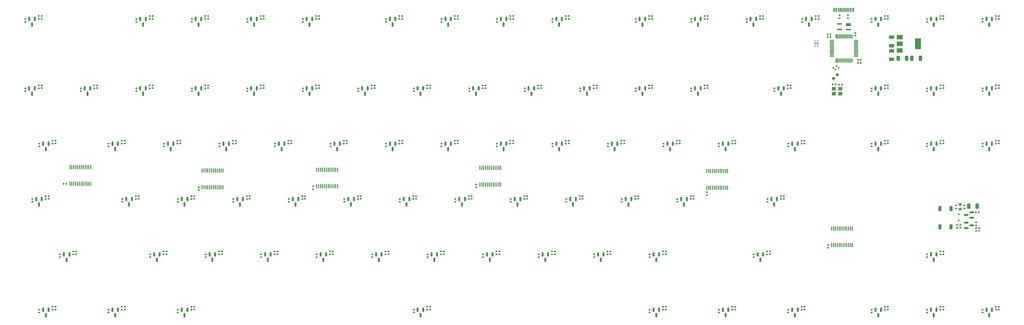
<source format=gbr>
%TF.GenerationSoftware,KiCad,Pcbnew,7.0.6*%
%TF.CreationDate,2024-04-21T09:39:13+02:00*%
%TF.ProjectId,Arius80-HE,41726975-7338-4302-9d48-452e6b696361,rev?*%
%TF.SameCoordinates,Original*%
%TF.FileFunction,Paste,Bot*%
%TF.FilePolarity,Positive*%
%FSLAX46Y46*%
G04 Gerber Fmt 4.6, Leading zero omitted, Abs format (unit mm)*
G04 Created by KiCad (PCBNEW 7.0.6) date 2024-04-21 09:39:13*
%MOMM*%
%LPD*%
G01*
G04 APERTURE LIST*
G04 Aperture macros list*
%AMRoundRect*
0 Rectangle with rounded corners*
0 $1 Rounding radius*
0 $2 $3 $4 $5 $6 $7 $8 $9 X,Y pos of 4 corners*
0 Add a 4 corners polygon primitive as box body*
4,1,4,$2,$3,$4,$5,$6,$7,$8,$9,$2,$3,0*
0 Add four circle primitives for the rounded corners*
1,1,$1+$1,$2,$3*
1,1,$1+$1,$4,$5*
1,1,$1+$1,$6,$7*
1,1,$1+$1,$8,$9*
0 Add four rect primitives between the rounded corners*
20,1,$1+$1,$2,$3,$4,$5,0*
20,1,$1+$1,$4,$5,$6,$7,0*
20,1,$1+$1,$6,$7,$8,$9,0*
20,1,$1+$1,$8,$9,$2,$3,0*%
G04 Aperture macros list end*
%ADD10R,1.700000X1.000000*%
%ADD11R,1.700000X0.600000*%
%ADD12RoundRect,0.150000X-0.150000X0.587500X-0.150000X-0.587500X0.150000X-0.587500X0.150000X0.587500X0*%
%ADD13RoundRect,0.135000X-0.185000X0.135000X-0.185000X-0.135000X0.185000X-0.135000X0.185000X0.135000X0*%
%ADD14RoundRect,0.140000X-0.170000X0.140000X-0.170000X-0.140000X0.170000X-0.140000X0.170000X0.140000X0*%
%ADD15RoundRect,0.250000X-0.325000X-0.650000X0.325000X-0.650000X0.325000X0.650000X-0.325000X0.650000X0*%
%ADD16RoundRect,0.140000X0.170000X-0.140000X0.170000X0.140000X-0.170000X0.140000X-0.170000X-0.140000X0*%
%ADD17RoundRect,0.140000X0.140000X0.170000X-0.140000X0.170000X-0.140000X-0.170000X0.140000X-0.170000X0*%
%ADD18RoundRect,0.150000X-0.587500X-0.150000X0.587500X-0.150000X0.587500X0.150000X-0.587500X0.150000X0*%
%ADD19RoundRect,0.135000X0.185000X-0.135000X0.185000X0.135000X-0.185000X0.135000X-0.185000X-0.135000X0*%
%ADD20R,0.675000X0.200000*%
%ADD21R,0.775000X0.400000*%
%ADD22R,2.000000X1.500000*%
%ADD23R,2.000000X3.800000*%
%ADD24R,1.000000X1.700000*%
%ADD25RoundRect,0.100000X-0.100000X0.637500X-0.100000X-0.637500X0.100000X-0.637500X0.100000X0.637500X0*%
%ADD26RoundRect,0.250000X0.325000X0.650000X-0.325000X0.650000X-0.325000X-0.650000X0.325000X-0.650000X0*%
%ADD27R,1.400000X1.200000*%
%ADD28RoundRect,0.140000X-0.140000X-0.170000X0.140000X-0.170000X0.140000X0.170000X-0.140000X0.170000X0*%
%ADD29RoundRect,0.075000X0.075000X-0.662500X0.075000X0.662500X-0.075000X0.662500X-0.075000X-0.662500X0*%
%ADD30RoundRect,0.075000X0.662500X-0.075000X0.662500X0.075000X-0.662500X0.075000X-0.662500X-0.075000X0*%
%ADD31RoundRect,0.140000X-0.219203X-0.021213X-0.021213X-0.219203X0.219203X0.021213X0.021213X0.219203X0*%
%ADD32RoundRect,0.237500X0.008839X0.344715X-0.344715X-0.008839X-0.008839X-0.344715X0.344715X0.008839X0*%
%ADD33RoundRect,0.135000X-0.135000X-0.185000X0.135000X-0.185000X0.135000X0.185000X-0.135000X0.185000X0*%
%ADD34R,0.600000X1.450000*%
%ADD35R,0.300000X1.450000*%
%ADD36RoundRect,0.150000X0.587500X0.150000X-0.587500X0.150000X-0.587500X-0.150000X0.587500X-0.150000X0*%
%ADD37RoundRect,0.112500X-0.112500X0.187500X-0.112500X-0.187500X0.112500X-0.187500X0.112500X0.187500X0*%
%ADD38RoundRect,0.200000X0.275000X-0.200000X0.275000X0.200000X-0.275000X0.200000X-0.275000X-0.200000X0*%
%ADD39RoundRect,0.250000X-0.650000X0.325000X-0.650000X-0.325000X0.650000X-0.325000X0.650000X0.325000X0*%
%ADD40RoundRect,0.250000X-0.625000X0.312500X-0.625000X-0.312500X0.625000X-0.312500X0.625000X0.312500X0*%
%ADD41RoundRect,0.250000X0.312500X0.625000X-0.312500X0.625000X-0.312500X-0.625000X0.312500X-0.625000X0*%
G04 APERTURE END LIST*
D10*
%TO.C,U9*%
X332320000Y-77970000D03*
D11*
X332320000Y-79670000D03*
X329320000Y-79670000D03*
X329320000Y-77770000D03*
%TD*%
D12*
%TO.C,HALL34*%
X55892500Y-118945000D03*
X56842500Y-120820000D03*
X57792500Y-118945000D03*
%TD*%
D13*
%TO.C,R87*%
X363942500Y-175075000D03*
X363942500Y-176095000D03*
%TD*%
D14*
%TO.C,C104*%
X236355000Y-117925000D03*
X236355000Y-118885000D03*
%TD*%
D12*
%TO.C,HALL13*%
X317830000Y-76082500D03*
X318780000Y-77957500D03*
X319730000Y-76082500D03*
%TD*%
%TO.C,HALL17*%
X51130000Y-99895000D03*
X52080000Y-101770000D03*
X53030000Y-99895000D03*
%TD*%
D15*
%TO.C,C191*%
X373635000Y-140462000D03*
X376585000Y-140462000D03*
%TD*%
D13*
%TO.C,R15*%
X321080000Y-75062500D03*
X321080000Y-76082500D03*
%TD*%
D14*
%TO.C,C182*%
X293505000Y-175075000D03*
X293505000Y-176035000D03*
%TD*%
D13*
%TO.C,R27*%
X206780000Y-98875000D03*
X206780000Y-99895000D03*
%TD*%
D14*
%TO.C,C108*%
X274455000Y-117925000D03*
X274455000Y-118885000D03*
%TD*%
D12*
%TO.C,HALL55*%
X141617500Y-137995000D03*
X142567500Y-139870000D03*
X143517500Y-137995000D03*
%TD*%
%TO.C,HALL32*%
X360692500Y-99895000D03*
X361642500Y-101770000D03*
X362592500Y-99895000D03*
%TD*%
D16*
%TO.C,C185*%
X340292500Y-177055000D03*
X340292500Y-176095000D03*
%TD*%
D14*
%TO.C,C66*%
X188730000Y-98875000D03*
X188730000Y-99835000D03*
%TD*%
D16*
%TO.C,C103*%
X230755000Y-119905000D03*
X230755000Y-118945000D03*
%TD*%
D13*
%TO.C,R8*%
X178205000Y-75062500D03*
X178205000Y-76082500D03*
%TD*%
D16*
%TO.C,C83*%
X378392500Y-100855000D03*
X378392500Y-99895000D03*
%TD*%
D12*
%TO.C,HALL77*%
X55892500Y-176095000D03*
X56842500Y-177970000D03*
X57792500Y-176095000D03*
%TD*%
D16*
%TO.C,C111*%
X311717500Y-119905000D03*
X311717500Y-118945000D03*
%TD*%
D13*
%TO.C,R60*%
X202017500Y-136975000D03*
X202017500Y-137995000D03*
%TD*%
D14*
%TO.C,C122*%
X88717500Y-136975000D03*
X88717500Y-137935000D03*
%TD*%
D13*
%TO.C,R66*%
X66286250Y-156025000D03*
X66286250Y-157045000D03*
%TD*%
D12*
%TO.C,HALL4*%
X127330000Y-76082500D03*
X128280000Y-77957500D03*
X129230000Y-76082500D03*
%TD*%
D16*
%TO.C,C143*%
X304573750Y-138955000D03*
X304573750Y-137995000D03*
%TD*%
D14*
%TO.C,C64*%
X169680000Y-98875000D03*
X169680000Y-99835000D03*
%TD*%
D13*
%TO.C,R38*%
X102005000Y-117925000D03*
X102005000Y-118945000D03*
%TD*%
D14*
%TO.C,C166*%
X269692500Y-156025000D03*
X269692500Y-156985000D03*
%TD*%
D13*
%TO.C,R48*%
X292505000Y-117925000D03*
X292505000Y-118945000D03*
%TD*%
D16*
%TO.C,C121*%
X83117500Y-138955000D03*
X83117500Y-137995000D03*
%TD*%
D17*
%TO.C,C6*%
X326180000Y-82350000D03*
X325220000Y-82350000D03*
%TD*%
D14*
%TO.C,C176*%
X107767500Y-175075000D03*
X107767500Y-176035000D03*
%TD*%
D16*
%TO.C,C45*%
X340292500Y-77042500D03*
X340292500Y-76082500D03*
%TD*%
D12*
%TO.C,HALL59*%
X217817500Y-137995000D03*
X218767500Y-139870000D03*
X219717500Y-137995000D03*
%TD*%
D16*
%TO.C,C169*%
X359342500Y-158005000D03*
X359342500Y-157045000D03*
%TD*%
%TO.C,C91*%
X116455000Y-119905000D03*
X116455000Y-118945000D03*
%TD*%
D14*
%TO.C,C114*%
X345892500Y-117925000D03*
X345892500Y-118885000D03*
%TD*%
D16*
%TO.C,C157*%
X187892500Y-158005000D03*
X187892500Y-157045000D03*
%TD*%
D12*
%TO.C,HALL86*%
X379742500Y-176095000D03*
X380692500Y-177970000D03*
X381642500Y-176095000D03*
%TD*%
%TO.C,HALL8*%
X213055000Y-76082500D03*
X214005000Y-77957500D03*
X214955000Y-76082500D03*
%TD*%
D16*
%TO.C,C89*%
X97405000Y-119905000D03*
X97405000Y-118945000D03*
%TD*%
D14*
%TO.C,C96*%
X160155000Y-117925000D03*
X160155000Y-118885000D03*
%TD*%
D13*
%TO.C,R9*%
X197255000Y-75062500D03*
X197255000Y-76082500D03*
%TD*%
D16*
%TO.C,C129*%
X159317500Y-138955000D03*
X159317500Y-137995000D03*
%TD*%
D13*
%TO.C,R46*%
X254405000Y-117925000D03*
X254405000Y-118945000D03*
%TD*%
D14*
%TO.C,C86*%
X60142500Y-117925000D03*
X60142500Y-118885000D03*
%TD*%
D13*
%TO.C,R20*%
X73430000Y-98875000D03*
X73430000Y-99895000D03*
%TD*%
D12*
%TO.C,HALL64*%
X63036250Y-157045000D03*
X63986250Y-158920000D03*
X64936250Y-157045000D03*
%TD*%
D16*
%TO.C,C41*%
X297430000Y-77042500D03*
X297430000Y-76082500D03*
%TD*%
D14*
%TO.C,C34*%
X217305000Y-75062500D03*
X217305000Y-76022500D03*
%TD*%
D12*
%TO.C,HALL35*%
X79705000Y-118945000D03*
X80655000Y-120820000D03*
X81605000Y-118945000D03*
%TD*%
D14*
%TO.C,C17*%
X109370000Y-133950000D03*
X109370000Y-134910000D03*
%TD*%
D12*
%TO.C,HALL42*%
X213055000Y-118945000D03*
X214005000Y-120820000D03*
X214955000Y-118945000D03*
%TD*%
%TO.C,HALL21*%
X127330000Y-99895000D03*
X128280000Y-101770000D03*
X129230000Y-99895000D03*
%TD*%
D14*
%TO.C,C130*%
X164917500Y-136975000D03*
X164917500Y-137935000D03*
%TD*%
D12*
%TO.C,HALL3*%
X108280000Y-76082500D03*
X109230000Y-77957500D03*
X110180000Y-76082500D03*
%TD*%
D13*
%TO.C,R39*%
X121055000Y-117925000D03*
X121055000Y-118945000D03*
%TD*%
D14*
%TO.C,C124*%
X107767500Y-136975000D03*
X107767500Y-137935000D03*
%TD*%
D13*
%TO.C,R17*%
X363942500Y-75062500D03*
X363942500Y-76082500D03*
%TD*%
D14*
%TO.C,C58*%
X112530000Y-98875000D03*
X112530000Y-99835000D03*
%TD*%
D18*
%TO.C,Q2*%
X372802500Y-148016000D03*
X372802500Y-146116000D03*
X374677500Y-147066000D03*
%TD*%
D12*
%TO.C,HALL20*%
X108280000Y-99895000D03*
X109230000Y-101770000D03*
X110180000Y-99895000D03*
%TD*%
D16*
%TO.C,C147*%
X92642500Y-158005000D03*
X92642500Y-157045000D03*
%TD*%
%TO.C,C155*%
X168842500Y-158005000D03*
X168842500Y-157045000D03*
%TD*%
%TO.C,C73*%
X259330000Y-100855000D03*
X259330000Y-99895000D03*
%TD*%
D19*
%TO.C,R2*%
X332210000Y-75800000D03*
X332210000Y-74780000D03*
%TD*%
D16*
%TO.C,C131*%
X178367500Y-138955000D03*
X178367500Y-137995000D03*
%TD*%
D13*
%TO.C,R34*%
X363942500Y-98875000D03*
X363942500Y-99895000D03*
%TD*%
D16*
%TO.C,C105*%
X249805000Y-119905000D03*
X249805000Y-118945000D03*
%TD*%
D14*
%TO.C,C102*%
X217305000Y-117925000D03*
X217305000Y-118885000D03*
%TD*%
D12*
%TO.C,HALL2*%
X89230000Y-76082500D03*
X90180000Y-77957500D03*
X91130000Y-76082500D03*
%TD*%
D13*
%TO.C,R45*%
X235355000Y-117925000D03*
X235355000Y-118945000D03*
%TD*%
D14*
%TO.C,C24*%
X112530000Y-75062500D03*
X112530000Y-76022500D03*
%TD*%
D13*
%TO.C,R36*%
X59142500Y-117925000D03*
X59142500Y-118945000D03*
%TD*%
D14*
%TO.C,C164*%
X250642500Y-156025000D03*
X250642500Y-156985000D03*
%TD*%
D12*
%TO.C,HALL38*%
X136855000Y-118945000D03*
X137805000Y-120820000D03*
X138755000Y-118945000D03*
%TD*%
%TO.C,HALL83*%
X313067500Y-176095000D03*
X314017500Y-177970000D03*
X314967500Y-176095000D03*
%TD*%
D20*
%TO.C,U1*%
X320950000Y-85440000D03*
X320950000Y-84940000D03*
D21*
X321000000Y-84440000D03*
D20*
X320950000Y-83940000D03*
X320950000Y-83440000D03*
X321825000Y-83440000D03*
X321825000Y-83940000D03*
D21*
X321775000Y-84440000D03*
D20*
X321825000Y-84940000D03*
X321825000Y-85440000D03*
%TD*%
D12*
%TO.C,HALL65*%
X93992500Y-157045000D03*
X94942500Y-158920000D03*
X95892500Y-157045000D03*
%TD*%
D13*
%TO.C,R72*%
X192492500Y-156025000D03*
X192492500Y-157045000D03*
%TD*%
D22*
%TO.C,U10*%
X349943750Y-86875000D03*
X349943750Y-84575000D03*
D23*
X356243750Y-84575000D03*
D22*
X349943750Y-82275000D03*
%TD*%
D13*
%TO.C,R49*%
X316317500Y-117925000D03*
X316317500Y-118945000D03*
%TD*%
D12*
%TO.C,HALL85*%
X360692500Y-176095000D03*
X361642500Y-177970000D03*
X362592500Y-176095000D03*
%TD*%
D19*
%TO.C,R1*%
X329320000Y-75800000D03*
X329320000Y-74780000D03*
%TD*%
D13*
%TO.C,R61*%
X221067500Y-136975000D03*
X221067500Y-137995000D03*
%TD*%
D12*
%TO.C,HALL40*%
X174955000Y-118945000D03*
X175905000Y-120820000D03*
X176855000Y-118945000D03*
%TD*%
D16*
%TO.C,C153*%
X149792500Y-158005000D03*
X149792500Y-157045000D03*
%TD*%
D12*
%TO.C,HALL47*%
X313067500Y-118945000D03*
X314017500Y-120820000D03*
X314967500Y-118945000D03*
%TD*%
%TO.C,HALL7*%
X194005000Y-76082500D03*
X194955000Y-77957500D03*
X195905000Y-76082500D03*
%TD*%
D14*
%TO.C,C78*%
X312555000Y-98875000D03*
X312555000Y-99835000D03*
%TD*%
D16*
%TO.C,C151*%
X130742500Y-158005000D03*
X130742500Y-157045000D03*
%TD*%
%TO.C,C27*%
X145030000Y-77042500D03*
X145030000Y-76082500D03*
%TD*%
D13*
%TO.C,R77*%
X304411250Y-156025000D03*
X304411250Y-157045000D03*
%TD*%
%TO.C,R63*%
X259167500Y-136975000D03*
X259167500Y-137995000D03*
%TD*%
D12*
%TO.C,HALL81*%
X265442500Y-176095000D03*
X266392500Y-177970000D03*
X267342500Y-176095000D03*
%TD*%
D16*
%TO.C,C135*%
X216467500Y-138955000D03*
X216467500Y-137995000D03*
%TD*%
%TO.C,C53*%
X68830000Y-100855000D03*
X68830000Y-99895000D03*
%TD*%
%TO.C,C79*%
X340292500Y-100855000D03*
X340292500Y-99895000D03*
%TD*%
D13*
%TO.C,R50*%
X344892500Y-117925000D03*
X344892500Y-118945000D03*
%TD*%
D24*
%TO.C,SW1*%
X363790000Y-141320000D03*
X363790000Y-147620000D03*
X367590000Y-141320000D03*
X367590000Y-147620000D03*
%TD*%
D13*
%TO.C,R44*%
X216305000Y-117925000D03*
X216305000Y-118945000D03*
%TD*%
D16*
%TO.C,C67*%
X202180000Y-100855000D03*
X202180000Y-99895000D03*
%TD*%
D14*
%TO.C,C92*%
X122055000Y-117925000D03*
X122055000Y-118885000D03*
%TD*%
%TO.C,C80*%
X345892500Y-98875000D03*
X345892500Y-99835000D03*
%TD*%
D12*
%TO.C,HALL79*%
X103517500Y-176095000D03*
X104467500Y-177970000D03*
X105417500Y-176095000D03*
%TD*%
D25*
%TO.C,U4*%
X110480000Y-128225000D03*
X111130000Y-128225000D03*
X111780000Y-128225000D03*
X112430000Y-128225000D03*
X113080000Y-128225000D03*
X113730000Y-128225000D03*
X114380000Y-128225000D03*
X115030000Y-128225000D03*
X115680000Y-128225000D03*
X116330000Y-128225000D03*
X116980000Y-128225000D03*
X117630000Y-128225000D03*
X117630000Y-133950000D03*
X116980000Y-133950000D03*
X116330000Y-133950000D03*
X115680000Y-133950000D03*
X115030000Y-133950000D03*
X114380000Y-133950000D03*
X113730000Y-133950000D03*
X113080000Y-133950000D03*
X112430000Y-133950000D03*
X111780000Y-133950000D03*
X111130000Y-133950000D03*
X110480000Y-133950000D03*
%TD*%
D13*
%TO.C,R69*%
X135342500Y-156025000D03*
X135342500Y-157045000D03*
%TD*%
D14*
%TO.C,C94*%
X141105000Y-117925000D03*
X141105000Y-118885000D03*
%TD*%
D25*
%TO.C,U7*%
X283750000Y-128375000D03*
X284400000Y-128375000D03*
X285050000Y-128375000D03*
X285700000Y-128375000D03*
X286350000Y-128375000D03*
X287000000Y-128375000D03*
X287650000Y-128375000D03*
X288300000Y-128375000D03*
X288950000Y-128375000D03*
X289600000Y-128375000D03*
X290250000Y-128375000D03*
X290900000Y-128375000D03*
X290900000Y-134100000D03*
X290250000Y-134100000D03*
X289600000Y-134100000D03*
X288950000Y-134100000D03*
X288300000Y-134100000D03*
X287650000Y-134100000D03*
X287000000Y-134100000D03*
X286350000Y-134100000D03*
X285700000Y-134100000D03*
X285050000Y-134100000D03*
X284400000Y-134100000D03*
X283750000Y-134100000D03*
%TD*%
D12*
%TO.C,HALL15*%
X360692500Y-76082500D03*
X361642500Y-77957500D03*
X362592500Y-76082500D03*
%TD*%
D16*
%TO.C,C179*%
X264092500Y-177055000D03*
X264092500Y-176095000D03*
%TD*%
D13*
%TO.C,R74*%
X230592500Y-156025000D03*
X230592500Y-157045000D03*
%TD*%
D26*
%TO.C,C2*%
X357075000Y-89600000D03*
X354125000Y-89600000D03*
%TD*%
D14*
%TO.C,C60*%
X131580000Y-98875000D03*
X131580000Y-99835000D03*
%TD*%
D12*
%TO.C,HALL25*%
X203530000Y-99895000D03*
X204480000Y-101770000D03*
X205430000Y-99895000D03*
%TD*%
D14*
%TO.C,C26*%
X131580000Y-75062500D03*
X131580000Y-76022500D03*
%TD*%
D12*
%TO.C,HALL58*%
X198767500Y-137995000D03*
X199717500Y-139870000D03*
X200667500Y-137995000D03*
%TD*%
D27*
%TO.C,Y1*%
X329522500Y-101777500D03*
X327322500Y-101777500D03*
X327322500Y-100077500D03*
X329522500Y-100077500D03*
%TD*%
D16*
%TO.C,C7*%
X334700000Y-81825000D03*
X334700000Y-80865000D03*
%TD*%
D13*
%TO.C,R23*%
X130580000Y-98875000D03*
X130580000Y-99895000D03*
%TD*%
D16*
%TO.C,C187*%
X359342500Y-177055000D03*
X359342500Y-176095000D03*
%TD*%
D14*
%TO.C,C20*%
X55380000Y-75062500D03*
X55380000Y-76022500D03*
%TD*%
D16*
%TO.C,C109*%
X287905000Y-119905000D03*
X287905000Y-118945000D03*
%TD*%
D14*
%TO.C,C70*%
X226830000Y-98875000D03*
X226830000Y-99835000D03*
%TD*%
D28*
%TO.C,C8*%
X335645000Y-90100000D03*
X336605000Y-90100000D03*
%TD*%
D16*
%TO.C,C113*%
X340292500Y-119905000D03*
X340292500Y-118945000D03*
%TD*%
D25*
%TO.C,U5*%
X149850000Y-127925000D03*
X150500000Y-127925000D03*
X151150000Y-127925000D03*
X151800000Y-127925000D03*
X152450000Y-127925000D03*
X153100000Y-127925000D03*
X153750000Y-127925000D03*
X154400000Y-127925000D03*
X155050000Y-127925000D03*
X155700000Y-127925000D03*
X156350000Y-127925000D03*
X157000000Y-127925000D03*
X157000000Y-133650000D03*
X156350000Y-133650000D03*
X155700000Y-133650000D03*
X155050000Y-133650000D03*
X154400000Y-133650000D03*
X153750000Y-133650000D03*
X153100000Y-133650000D03*
X152450000Y-133650000D03*
X151800000Y-133650000D03*
X151150000Y-133650000D03*
X150500000Y-133650000D03*
X149850000Y-133650000D03*
%TD*%
D16*
%TO.C,C101*%
X211705000Y-119905000D03*
X211705000Y-118945000D03*
%TD*%
D13*
%TO.C,R13*%
X282980000Y-75062500D03*
X282980000Y-76082500D03*
%TD*%
%TO.C,R67*%
X97242500Y-156025000D03*
X97242500Y-157045000D03*
%TD*%
D16*
%TO.C,C97*%
X173605000Y-119905000D03*
X173605000Y-118945000D03*
%TD*%
D14*
%TO.C,C82*%
X364942500Y-98875000D03*
X364942500Y-99835000D03*
%TD*%
D13*
%TO.C,R64*%
X278217500Y-136975000D03*
X278217500Y-137995000D03*
%TD*%
D14*
%TO.C,C144*%
X310173750Y-136975000D03*
X310173750Y-137935000D03*
%TD*%
D12*
%TO.C,HALL84*%
X341642500Y-176095000D03*
X342592500Y-177970000D03*
X343542500Y-176095000D03*
%TD*%
D16*
%TO.C,C31*%
X192655000Y-77042500D03*
X192655000Y-76082500D03*
%TD*%
D13*
%TO.C,R14*%
X302030000Y-75062500D03*
X302030000Y-76082500D03*
%TD*%
D14*
%TO.C,C14*%
X204590000Y-133000000D03*
X204590000Y-133960000D03*
%TD*%
D16*
%TO.C,C139*%
X254567500Y-138955000D03*
X254567500Y-137995000D03*
%TD*%
D14*
%TO.C,C118*%
X383992500Y-117925000D03*
X383992500Y-118885000D03*
%TD*%
%TO.C,C30*%
X179205000Y-75062500D03*
X179205000Y-76022500D03*
%TD*%
%TO.C,C36*%
X236355000Y-75062500D03*
X236355000Y-76022500D03*
%TD*%
%TO.C,C52*%
X55380000Y-98875000D03*
X55380000Y-99835000D03*
%TD*%
%TO.C,C162*%
X231592500Y-156025000D03*
X231592500Y-156985000D03*
%TD*%
D13*
%TO.C,R90*%
X369350000Y-140230000D03*
X369350000Y-141250000D03*
%TD*%
%TO.C,R81*%
X106767500Y-175075000D03*
X106767500Y-176095000D03*
%TD*%
D16*
%TO.C,C173*%
X78355000Y-177055000D03*
X78355000Y-176095000D03*
%TD*%
D12*
%TO.C,HALL71*%
X208292500Y-157045000D03*
X209242500Y-158920000D03*
X210192500Y-157045000D03*
%TD*%
D25*
%TO.C,U8*%
X326580000Y-148142500D03*
X327230000Y-148142500D03*
X327880000Y-148142500D03*
X328530000Y-148142500D03*
X329180000Y-148142500D03*
X329830000Y-148142500D03*
X330480000Y-148142500D03*
X331130000Y-148142500D03*
X331780000Y-148142500D03*
X332430000Y-148142500D03*
X333080000Y-148142500D03*
X333730000Y-148142500D03*
X333730000Y-153867500D03*
X333080000Y-153867500D03*
X332430000Y-153867500D03*
X331780000Y-153867500D03*
X331130000Y-153867500D03*
X330480000Y-153867500D03*
X329830000Y-153867500D03*
X329180000Y-153867500D03*
X328530000Y-153867500D03*
X327880000Y-153867500D03*
X327230000Y-153867500D03*
X326580000Y-153867500D03*
%TD*%
D13*
%TO.C,R10*%
X216305000Y-75062500D03*
X216305000Y-76082500D03*
%TD*%
%TO.C,R41*%
X159155000Y-117925000D03*
X159155000Y-118945000D03*
%TD*%
D12*
%TO.C,HALL80*%
X184480000Y-176095000D03*
X185430000Y-177970000D03*
X186380000Y-176095000D03*
%TD*%
%TO.C,HALL14*%
X341642500Y-76082500D03*
X342592500Y-77957500D03*
X343542500Y-76082500D03*
%TD*%
D14*
%TO.C,C76*%
X283980000Y-98875000D03*
X283980000Y-99835000D03*
%TD*%
D12*
%TO.C,HALL43*%
X232105000Y-118945000D03*
X233055000Y-120820000D03*
X234005000Y-118945000D03*
%TD*%
D13*
%TO.C,R94*%
X376210000Y-147990000D03*
X376210000Y-149010000D03*
%TD*%
D14*
%TO.C,C170*%
X364942500Y-156025000D03*
X364942500Y-156985000D03*
%TD*%
D13*
%TO.C,R51*%
X363942500Y-117925000D03*
X363942500Y-118945000D03*
%TD*%
D16*
%TO.C,C33*%
X211705000Y-77042500D03*
X211705000Y-76082500D03*
%TD*%
D12*
%TO.C,HALL30*%
X308305000Y-99895000D03*
X309255000Y-101770000D03*
X310205000Y-99895000D03*
%TD*%
D16*
%TO.C,C69*%
X221230000Y-100855000D03*
X221230000Y-99895000D03*
%TD*%
D29*
%TO.C,U2*%
X333580000Y-90345000D03*
X333080000Y-90345000D03*
X332580000Y-90345000D03*
X332080000Y-90345000D03*
X331580000Y-90345000D03*
X331080000Y-90345000D03*
X330580000Y-90345000D03*
X330080000Y-90345000D03*
X329580000Y-90345000D03*
X329080000Y-90345000D03*
X328580000Y-90345000D03*
X328080000Y-90345000D03*
D30*
X326667500Y-88932500D03*
X326667500Y-88432500D03*
X326667500Y-87932500D03*
X326667500Y-87432500D03*
X326667500Y-86932500D03*
X326667500Y-86432500D03*
X326667500Y-85932500D03*
X326667500Y-85432500D03*
X326667500Y-84932500D03*
X326667500Y-84432500D03*
X326667500Y-83932500D03*
X326667500Y-83432500D03*
D29*
X328080000Y-82020000D03*
X328580000Y-82020000D03*
X329080000Y-82020000D03*
X329580000Y-82020000D03*
X330080000Y-82020000D03*
X330580000Y-82020000D03*
X331080000Y-82020000D03*
X331580000Y-82020000D03*
X332080000Y-82020000D03*
X332580000Y-82020000D03*
X333080000Y-82020000D03*
X333580000Y-82020000D03*
D30*
X334992500Y-83432500D03*
X334992500Y-83932500D03*
X334992500Y-84432500D03*
X334992500Y-84932500D03*
X334992500Y-85432500D03*
X334992500Y-85932500D03*
X334992500Y-86432500D03*
X334992500Y-86932500D03*
X334992500Y-87432500D03*
X334992500Y-87932500D03*
X334992500Y-88432500D03*
X334992500Y-88932500D03*
%TD*%
D12*
%TO.C,HALL41*%
X194005000Y-118945000D03*
X194955000Y-120820000D03*
X195905000Y-118945000D03*
%TD*%
D14*
%TO.C,C15*%
X325390000Y-153867500D03*
X325390000Y-154827500D03*
%TD*%
D12*
%TO.C,HALL16*%
X379742500Y-76082500D03*
X380692500Y-77957500D03*
X381642500Y-76082500D03*
%TD*%
D14*
%TO.C,C54*%
X74430000Y-98875000D03*
X74430000Y-99835000D03*
%TD*%
D31*
%TO.C,C11*%
X327190589Y-92810589D03*
X327869411Y-93489411D03*
%TD*%
D13*
%TO.C,R32*%
X311555000Y-98875000D03*
X311555000Y-99895000D03*
%TD*%
D14*
%TO.C,C42*%
X303030000Y-75062500D03*
X303030000Y-76022500D03*
%TD*%
D16*
%TO.C,C181*%
X287905000Y-177055000D03*
X287905000Y-176095000D03*
%TD*%
%TO.C,C85*%
X54542500Y-119905000D03*
X54542500Y-118945000D03*
%TD*%
D17*
%TO.C,C4*%
X327927500Y-98602500D03*
X326967500Y-98602500D03*
%TD*%
D16*
%TO.C,C141*%
X273617500Y-138955000D03*
X273617500Y-137995000D03*
%TD*%
D25*
%TO.C,U6*%
X205850000Y-127275000D03*
X206500000Y-127275000D03*
X207150000Y-127275000D03*
X207800000Y-127275000D03*
X208450000Y-127275000D03*
X209100000Y-127275000D03*
X209750000Y-127275000D03*
X210400000Y-127275000D03*
X211050000Y-127275000D03*
X211700000Y-127275000D03*
X212350000Y-127275000D03*
X213000000Y-127275000D03*
X213000000Y-133000000D03*
X212350000Y-133000000D03*
X211700000Y-133000000D03*
X211050000Y-133000000D03*
X210400000Y-133000000D03*
X209750000Y-133000000D03*
X209100000Y-133000000D03*
X208450000Y-133000000D03*
X207800000Y-133000000D03*
X207150000Y-133000000D03*
X206500000Y-133000000D03*
X205850000Y-133000000D03*
%TD*%
D16*
%TO.C,C93*%
X135505000Y-119905000D03*
X135505000Y-118945000D03*
%TD*%
D32*
%TO.C,R105*%
X328542735Y-95282265D03*
X327252265Y-96572735D03*
%TD*%
D13*
%TO.C,R57*%
X144867500Y-136975000D03*
X144867500Y-137995000D03*
%TD*%
D16*
%TO.C,C107*%
X268855000Y-119905000D03*
X268855000Y-118945000D03*
%TD*%
D14*
%TO.C,C100*%
X198255000Y-117925000D03*
X198255000Y-118885000D03*
%TD*%
%TO.C,C110*%
X293505000Y-117925000D03*
X293505000Y-118885000D03*
%TD*%
D33*
%TO.C,R93*%
X376150000Y-142600000D03*
X377170000Y-142600000D03*
%TD*%
D16*
%TO.C,C35*%
X230755000Y-77042500D03*
X230755000Y-76082500D03*
%TD*%
D14*
%TO.C,C116*%
X364942500Y-117925000D03*
X364942500Y-118885000D03*
%TD*%
D16*
%TO.C,C29*%
X173605000Y-77042500D03*
X173605000Y-76082500D03*
%TD*%
D28*
%TO.C,C5*%
X335645000Y-91175000D03*
X336605000Y-91175000D03*
%TD*%
D16*
%TO.C,C25*%
X125980000Y-77042500D03*
X125980000Y-76082500D03*
%TD*%
D12*
%TO.C,HALL27*%
X241630000Y-99895000D03*
X242580000Y-101770000D03*
X243530000Y-99895000D03*
%TD*%
D14*
%TO.C,C188*%
X364942500Y-175075000D03*
X364942500Y-176035000D03*
%TD*%
%TO.C,C178*%
X188730000Y-175075000D03*
X188730000Y-176035000D03*
%TD*%
D13*
%TO.C,R68*%
X116292500Y-156025000D03*
X116292500Y-157045000D03*
%TD*%
D16*
%TO.C,C87*%
X78355000Y-119905000D03*
X78355000Y-118945000D03*
%TD*%
D13*
%TO.C,R65*%
X309173750Y-136975000D03*
X309173750Y-137995000D03*
%TD*%
D34*
%TO.C,J1*%
X327436742Y-72892386D03*
X328236742Y-72892386D03*
D35*
X329436742Y-72892386D03*
X330436742Y-72892386D03*
X330936742Y-72892386D03*
X331936742Y-72892386D03*
D34*
X333136742Y-72892386D03*
X333936742Y-72892386D03*
X333936742Y-72892386D03*
X333136742Y-72892386D03*
D35*
X332436742Y-72892386D03*
X331436742Y-72892386D03*
X329936742Y-72892386D03*
X328936742Y-72892386D03*
D34*
X328236742Y-72892386D03*
X327436742Y-72892386D03*
%TD*%
D12*
%TO.C,HALL22*%
X146380000Y-99895000D03*
X147330000Y-101770000D03*
X148280000Y-99895000D03*
%TD*%
D14*
%TO.C,C84*%
X383992500Y-98875000D03*
X383992500Y-99835000D03*
%TD*%
%TO.C,C190*%
X383992500Y-175075000D03*
X383992500Y-176035000D03*
%TD*%
%TO.C,C174*%
X83955000Y-175075000D03*
X83955000Y-176035000D03*
%TD*%
%TO.C,C128*%
X145867500Y-136975000D03*
X145867500Y-137935000D03*
%TD*%
D13*
%TO.C,R25*%
X168680000Y-98875000D03*
X168680000Y-99895000D03*
%TD*%
%TO.C,R43*%
X197255000Y-117925000D03*
X197255000Y-118945000D03*
%TD*%
D14*
%TO.C,C180*%
X269692500Y-175075000D03*
X269692500Y-176035000D03*
%TD*%
D12*
%TO.C,HALL75*%
X301161250Y-157045000D03*
X302111250Y-158920000D03*
X303061250Y-157045000D03*
%TD*%
%TO.C,HALL67*%
X132092500Y-157045000D03*
X133042500Y-158920000D03*
X133992500Y-157045000D03*
%TD*%
%TO.C,HALL72*%
X227342500Y-157045000D03*
X228292500Y-158920000D03*
X229242500Y-157045000D03*
%TD*%
%TO.C,HALL1*%
X51130000Y-76082500D03*
X52080000Y-77957500D03*
X53030000Y-76082500D03*
%TD*%
D17*
%TO.C,C3*%
X330127500Y-98612500D03*
X329167500Y-98612500D03*
%TD*%
D14*
%TO.C,C48*%
X364942500Y-75062500D03*
X364942500Y-76022500D03*
%TD*%
D12*
%TO.C,HALL76*%
X360692500Y-157045000D03*
X361642500Y-158920000D03*
X362592500Y-157045000D03*
%TD*%
D16*
%TO.C,C177*%
X183130000Y-177055000D03*
X183130000Y-176095000D03*
%TD*%
D12*
%TO.C,HALL10*%
X260680000Y-76082500D03*
X261630000Y-77957500D03*
X262580000Y-76082500D03*
%TD*%
D14*
%TO.C,C44*%
X322080000Y-75062500D03*
X322080000Y-76022500D03*
%TD*%
%TO.C,C112*%
X317317500Y-117925000D03*
X317317500Y-118885000D03*
%TD*%
D12*
%TO.C,HALL31*%
X341642500Y-99895000D03*
X342592500Y-101770000D03*
X343542500Y-99895000D03*
%TD*%
D13*
%TO.C,R35*%
X382992500Y-98875000D03*
X382992500Y-99895000D03*
%TD*%
D12*
%TO.C,HALL50*%
X379742500Y-118945000D03*
X380692500Y-120820000D03*
X381642500Y-118945000D03*
%TD*%
D14*
%TO.C,C138*%
X241117500Y-136975000D03*
X241117500Y-137935000D03*
%TD*%
%TO.C,C68*%
X207780000Y-98875000D03*
X207780000Y-99835000D03*
%TD*%
D19*
%TO.C,R96*%
X370800000Y-147910000D03*
X370800000Y-146890000D03*
%TD*%
D12*
%TO.C,HALL57*%
X179717500Y-137995000D03*
X180667500Y-139870000D03*
X181617500Y-137995000D03*
%TD*%
%TO.C,HALL48*%
X341642500Y-118945000D03*
X342592500Y-120820000D03*
X343542500Y-118945000D03*
%TD*%
D13*
%TO.C,R70*%
X154392500Y-156025000D03*
X154392500Y-157045000D03*
%TD*%
D14*
%TO.C,C142*%
X279217500Y-136975000D03*
X279217500Y-137935000D03*
%TD*%
D12*
%TO.C,HALL26*%
X222580000Y-99895000D03*
X223530000Y-101770000D03*
X224480000Y-99895000D03*
%TD*%
%TO.C,HALL23*%
X165430000Y-99895000D03*
X166380000Y-101770000D03*
X167330000Y-99895000D03*
%TD*%
D14*
%TO.C,C40*%
X283980000Y-75062500D03*
X283980000Y-76022500D03*
%TD*%
%TO.C,C13*%
X148610000Y-133650000D03*
X148610000Y-134610000D03*
%TD*%
D16*
%TO.C,C65*%
X183130000Y-100855000D03*
X183130000Y-99895000D03*
%TD*%
D36*
%TO.C,Q1*%
X374654500Y-142599000D03*
X374654500Y-144499000D03*
X372779500Y-143549000D03*
%TD*%
D14*
%TO.C,C46*%
X345892500Y-75062500D03*
X345892500Y-76022500D03*
%TD*%
D13*
%TO.C,R6*%
X130580000Y-75062500D03*
X130580000Y-76082500D03*
%TD*%
%TO.C,R54*%
X87717500Y-136975000D03*
X87717500Y-137995000D03*
%TD*%
D16*
%TO.C,C115*%
X359342500Y-119905000D03*
X359342500Y-118945000D03*
%TD*%
D14*
%TO.C,C154*%
X155392500Y-156025000D03*
X155392500Y-156985000D03*
%TD*%
D12*
%TO.C,HALL45*%
X270205000Y-118945000D03*
X271155000Y-120820000D03*
X272105000Y-118945000D03*
%TD*%
%TO.C,HALL74*%
X265442500Y-157045000D03*
X266392500Y-158920000D03*
X267342500Y-157045000D03*
%TD*%
%TO.C,HALL82*%
X289255000Y-176095000D03*
X290205000Y-177970000D03*
X291155000Y-176095000D03*
%TD*%
D13*
%TO.C,R62*%
X240117500Y-136975000D03*
X240117500Y-137995000D03*
%TD*%
D16*
%TO.C,C117*%
X378392500Y-119905000D03*
X378392500Y-118945000D03*
%TD*%
%TO.C,C57*%
X106930000Y-100855000D03*
X106930000Y-99895000D03*
%TD*%
%TO.C,C149*%
X111692500Y-158005000D03*
X111692500Y-157045000D03*
%TD*%
D19*
%TO.C,R92*%
X376210000Y-147060000D03*
X376210000Y-146040000D03*
%TD*%
D17*
%TO.C,C18*%
X63905000Y-132785000D03*
X62945000Y-132785000D03*
%TD*%
D12*
%TO.C,HALL6*%
X174955000Y-76082500D03*
X175905000Y-77957500D03*
X176855000Y-76082500D03*
%TD*%
D14*
%TO.C,C22*%
X93480000Y-75062500D03*
X93480000Y-76022500D03*
%TD*%
%TO.C,C184*%
X317317500Y-175075000D03*
X317317500Y-176035000D03*
%TD*%
D13*
%TO.C,R24*%
X149630000Y-98875000D03*
X149630000Y-99895000D03*
%TD*%
D37*
%TO.C,D1*%
X370250000Y-143300000D03*
X370250000Y-145400000D03*
%TD*%
D16*
%TO.C,C127*%
X140267500Y-138955000D03*
X140267500Y-137995000D03*
%TD*%
D13*
%TO.C,R88*%
X382992500Y-175075000D03*
X382992500Y-176095000D03*
%TD*%
D14*
%TO.C,C150*%
X117292500Y-156025000D03*
X117292500Y-156985000D03*
%TD*%
D13*
%TO.C,R75*%
X249642500Y-156025000D03*
X249642500Y-157045000D03*
%TD*%
%TO.C,R59*%
X182967500Y-136975000D03*
X182967500Y-137995000D03*
%TD*%
%TO.C,R37*%
X82955000Y-117925000D03*
X82955000Y-118945000D03*
%TD*%
%TO.C,R53*%
X56761250Y-136975000D03*
X56761250Y-137995000D03*
%TD*%
%TO.C,R52*%
X382992500Y-117925000D03*
X382992500Y-118945000D03*
%TD*%
%TO.C,R95*%
X369700000Y-146890000D03*
X369700000Y-147910000D03*
%TD*%
D12*
%TO.C,HALL12*%
X298780000Y-76082500D03*
X299730000Y-77957500D03*
X300680000Y-76082500D03*
%TD*%
D13*
%TO.C,R33*%
X344892500Y-98875000D03*
X344892500Y-99895000D03*
%TD*%
D14*
%TO.C,C148*%
X98242500Y-156025000D03*
X98242500Y-156985000D03*
%TD*%
D16*
%TO.C,C192*%
X377260000Y-148980000D03*
X377260000Y-148020000D03*
%TD*%
D13*
%TO.C,R30*%
X263930000Y-98875000D03*
X263930000Y-99895000D03*
%TD*%
%TO.C,R4*%
X92480000Y-75062500D03*
X92480000Y-76082500D03*
%TD*%
D17*
%TO.C,C9*%
X326180000Y-81340000D03*
X325220000Y-81340000D03*
%TD*%
D12*
%TO.C,HALL46*%
X289255000Y-118945000D03*
X290205000Y-120820000D03*
X291155000Y-118945000D03*
%TD*%
D38*
%TO.C,R89*%
X370700000Y-141525000D03*
X370700000Y-139875000D03*
%TD*%
D14*
%TO.C,C132*%
X183967500Y-136975000D03*
X183967500Y-137935000D03*
%TD*%
%TO.C,C172*%
X60142500Y-175075000D03*
X60142500Y-176035000D03*
%TD*%
D13*
%TO.C,R19*%
X54380000Y-98875000D03*
X54380000Y-99895000D03*
%TD*%
D12*
%TO.C,HALL73*%
X246392500Y-157045000D03*
X247342500Y-158920000D03*
X248292500Y-157045000D03*
%TD*%
D14*
%TO.C,C136*%
X222067500Y-136975000D03*
X222067500Y-137935000D03*
%TD*%
D13*
%TO.C,R26*%
X187730000Y-98875000D03*
X187730000Y-99895000D03*
%TD*%
%TO.C,R84*%
X292505000Y-175075000D03*
X292505000Y-176095000D03*
%TD*%
D16*
%TO.C,C183*%
X311717500Y-177055000D03*
X311717500Y-176095000D03*
%TD*%
%TO.C,C55*%
X87880000Y-100855000D03*
X87880000Y-99895000D03*
%TD*%
D13*
%TO.C,R83*%
X268692500Y-175075000D03*
X268692500Y-176095000D03*
%TD*%
%TO.C,R71*%
X173442500Y-156025000D03*
X173442500Y-157045000D03*
%TD*%
D16*
%TO.C,C123*%
X102167500Y-138955000D03*
X102167500Y-137995000D03*
%TD*%
D12*
%TO.C,HALL78*%
X79705000Y-176095000D03*
X80655000Y-177970000D03*
X81605000Y-176095000D03*
%TD*%
%TO.C,HALL33*%
X379742500Y-99895000D03*
X380692500Y-101770000D03*
X381642500Y-99895000D03*
%TD*%
%TO.C,HALL11*%
X279730000Y-76082500D03*
X280680000Y-77957500D03*
X281630000Y-76082500D03*
%TD*%
D13*
%TO.C,R16*%
X344892500Y-75062500D03*
X344892500Y-76082500D03*
%TD*%
%TO.C,R85*%
X316317500Y-175075000D03*
X316317500Y-176095000D03*
%TD*%
D12*
%TO.C,HALL39*%
X155905000Y-118945000D03*
X156855000Y-120820000D03*
X157805000Y-118945000D03*
%TD*%
D14*
%TO.C,C50*%
X383992500Y-75062500D03*
X383992500Y-76022500D03*
%TD*%
D39*
%TO.C,C1*%
X347200000Y-82325000D03*
X347200000Y-85275000D03*
%TD*%
D16*
%TO.C,C137*%
X235517500Y-138955000D03*
X235517500Y-137995000D03*
%TD*%
D12*
%TO.C,HALL36*%
X98755000Y-118945000D03*
X99705000Y-120820000D03*
X100655000Y-118945000D03*
%TD*%
D14*
%TO.C,C160*%
X212542500Y-156025000D03*
X212542500Y-156985000D03*
%TD*%
D12*
%TO.C,HALL18*%
X70180000Y-99895000D03*
X71130000Y-101770000D03*
X72080000Y-99895000D03*
%TD*%
D14*
%TO.C,C62*%
X150630000Y-98875000D03*
X150630000Y-99835000D03*
%TD*%
D12*
%TO.C,HALL5*%
X146380000Y-76082500D03*
X147330000Y-77957500D03*
X148280000Y-76082500D03*
%TD*%
D16*
%TO.C,C159*%
X206942500Y-158005000D03*
X206942500Y-157045000D03*
%TD*%
D12*
%TO.C,HALL54*%
X122567500Y-137995000D03*
X123517500Y-139870000D03*
X124467500Y-137995000D03*
%TD*%
%TO.C,HALL52*%
X84467500Y-137995000D03*
X85417500Y-139870000D03*
X86367500Y-137995000D03*
%TD*%
%TO.C,HALL61*%
X255917500Y-137995000D03*
X256867500Y-139870000D03*
X257817500Y-137995000D03*
%TD*%
D13*
%TO.C,R29*%
X244880000Y-98875000D03*
X244880000Y-99895000D03*
%TD*%
D16*
%TO.C,C175*%
X102167500Y-177055000D03*
X102167500Y-176095000D03*
%TD*%
D13*
%TO.C,R73*%
X211542500Y-156025000D03*
X211542500Y-157045000D03*
%TD*%
D14*
%TO.C,C98*%
X179205000Y-117925000D03*
X179205000Y-118885000D03*
%TD*%
D12*
%TO.C,HALL62*%
X274967500Y-137995000D03*
X275917500Y-139870000D03*
X276867500Y-137995000D03*
%TD*%
D13*
%TO.C,R22*%
X111530000Y-98875000D03*
X111530000Y-99895000D03*
%TD*%
%TO.C,R86*%
X344892500Y-175075000D03*
X344892500Y-176095000D03*
%TD*%
D14*
%TO.C,C140*%
X260167500Y-136975000D03*
X260167500Y-137935000D03*
%TD*%
D13*
%TO.C,R5*%
X111530000Y-75062500D03*
X111530000Y-76082500D03*
%TD*%
D16*
%TO.C,C145*%
X61686250Y-158005000D03*
X61686250Y-157045000D03*
%TD*%
D14*
%TO.C,C168*%
X305411250Y-156025000D03*
X305411250Y-156985000D03*
%TD*%
D16*
%TO.C,C63*%
X164080000Y-100855000D03*
X164080000Y-99895000D03*
%TD*%
D12*
%TO.C,HALL68*%
X151142500Y-157045000D03*
X152092500Y-158920000D03*
X153042500Y-157045000D03*
%TD*%
%TO.C,HALL51*%
X53511250Y-137995000D03*
X54461250Y-139870000D03*
X55411250Y-137995000D03*
%TD*%
D13*
%TO.C,R18*%
X382992500Y-75062500D03*
X382992500Y-76082500D03*
%TD*%
D14*
%TO.C,C146*%
X67286250Y-156025000D03*
X67286250Y-156985000D03*
%TD*%
D25*
%TO.C,U3*%
X65105000Y-127037500D03*
X65755000Y-127037500D03*
X66405000Y-127037500D03*
X67055000Y-127037500D03*
X67705000Y-127037500D03*
X68355000Y-127037500D03*
X69005000Y-127037500D03*
X69655000Y-127037500D03*
X70305000Y-127037500D03*
X70955000Y-127037500D03*
X71605000Y-127037500D03*
X72255000Y-127037500D03*
X72255000Y-132762500D03*
X71605000Y-132762500D03*
X70955000Y-132762500D03*
X70305000Y-132762500D03*
X69655000Y-132762500D03*
X69005000Y-132762500D03*
X68355000Y-132762500D03*
X67705000Y-132762500D03*
X67055000Y-132762500D03*
X66405000Y-132762500D03*
X65755000Y-132762500D03*
X65105000Y-132762500D03*
%TD*%
D13*
%TO.C,R40*%
X140105000Y-117925000D03*
X140105000Y-118945000D03*
%TD*%
D16*
%TO.C,C71*%
X240280000Y-100855000D03*
X240280000Y-99895000D03*
%TD*%
%TO.C,C171*%
X54542500Y-177055000D03*
X54542500Y-176095000D03*
%TD*%
D14*
%TO.C,C38*%
X264930000Y-75062500D03*
X264930000Y-76022500D03*
%TD*%
D13*
%TO.C,R28*%
X225830000Y-98875000D03*
X225830000Y-99895000D03*
%TD*%
D16*
%TO.C,C39*%
X278380000Y-77042500D03*
X278380000Y-76082500D03*
%TD*%
D13*
%TO.C,R47*%
X273455000Y-117925000D03*
X273455000Y-118945000D03*
%TD*%
%TO.C,R11*%
X235355000Y-75062500D03*
X235355000Y-76082500D03*
%TD*%
%TO.C,R31*%
X282980000Y-98875000D03*
X282980000Y-99895000D03*
%TD*%
D40*
%TO.C,R102*%
X347200000Y-87037500D03*
X347200000Y-89962500D03*
%TD*%
D12*
%TO.C,HALL37*%
X117805000Y-118945000D03*
X118755000Y-120820000D03*
X119705000Y-118945000D03*
%TD*%
D14*
%TO.C,C106*%
X255405000Y-117925000D03*
X255405000Y-118885000D03*
%TD*%
D16*
%TO.C,C19*%
X49780000Y-77042500D03*
X49780000Y-76082500D03*
%TD*%
D14*
%TO.C,C28*%
X150630000Y-75062500D03*
X150630000Y-76022500D03*
%TD*%
D13*
%TO.C,R80*%
X82955000Y-175075000D03*
X82955000Y-176095000D03*
%TD*%
D12*
%TO.C,HALL9*%
X232105000Y-76082500D03*
X233055000Y-77957500D03*
X234005000Y-76082500D03*
%TD*%
%TO.C,HALL19*%
X89230000Y-99895000D03*
X90180000Y-101770000D03*
X91130000Y-99895000D03*
%TD*%
D16*
%TO.C,C51*%
X49780000Y-100855000D03*
X49780000Y-99895000D03*
%TD*%
%TO.C,C23*%
X106930000Y-77042500D03*
X106930000Y-76082500D03*
%TD*%
%TO.C,C99*%
X192655000Y-119905000D03*
X192655000Y-118945000D03*
%TD*%
%TO.C,C61*%
X145030000Y-100855000D03*
X145030000Y-99895000D03*
%TD*%
%TO.C,C59*%
X125980000Y-100855000D03*
X125980000Y-99895000D03*
%TD*%
D13*
%TO.C,R7*%
X149630000Y-75062500D03*
X149630000Y-76082500D03*
%TD*%
D16*
%TO.C,C163*%
X245042500Y-158005000D03*
X245042500Y-157045000D03*
%TD*%
D12*
%TO.C,HALL60*%
X236867500Y-137995000D03*
X237817500Y-139870000D03*
X238767500Y-137995000D03*
%TD*%
D16*
%TO.C,C189*%
X378392500Y-177055000D03*
X378392500Y-176095000D03*
%TD*%
D14*
%TO.C,C158*%
X193492500Y-156025000D03*
X193492500Y-156985000D03*
%TD*%
D12*
%TO.C,HALL63*%
X305923750Y-137995000D03*
X306873750Y-139870000D03*
X307823750Y-137995000D03*
%TD*%
D13*
%TO.C,R21*%
X92480000Y-98875000D03*
X92480000Y-99895000D03*
%TD*%
D19*
%TO.C,R91*%
X372160000Y-141210000D03*
X372160000Y-140190000D03*
%TD*%
D14*
%TO.C,C152*%
X136342500Y-156025000D03*
X136342500Y-156985000D03*
%TD*%
D13*
%TO.C,R76*%
X268692500Y-156025000D03*
X268692500Y-157045000D03*
%TD*%
D16*
%TO.C,C165*%
X264092500Y-158005000D03*
X264092500Y-157045000D03*
%TD*%
%TO.C,C167*%
X299811250Y-158005000D03*
X299811250Y-157045000D03*
%TD*%
%TO.C,C133*%
X197417500Y-138955000D03*
X197417500Y-137995000D03*
%TD*%
%TO.C,C49*%
X378392500Y-77042500D03*
X378392500Y-76082500D03*
%TD*%
%TO.C,C81*%
X359342500Y-100855000D03*
X359342500Y-99895000D03*
%TD*%
D12*
%TO.C,HALL69*%
X170192500Y-157045000D03*
X171142500Y-158920000D03*
X172092500Y-157045000D03*
%TD*%
D14*
%TO.C,C72*%
X245880000Y-98875000D03*
X245880000Y-99835000D03*
%TD*%
D16*
%TO.C,C75*%
X278380000Y-100855000D03*
X278380000Y-99895000D03*
%TD*%
%TO.C,C47*%
X359342500Y-77042500D03*
X359342500Y-76082500D03*
%TD*%
D12*
%TO.C,HALL70*%
X189242500Y-157045000D03*
X190192500Y-158920000D03*
X191142500Y-157045000D03*
%TD*%
D13*
%TO.C,R56*%
X125817500Y-136975000D03*
X125817500Y-137995000D03*
%TD*%
D14*
%TO.C,C186*%
X345892500Y-175075000D03*
X345892500Y-176035000D03*
%TD*%
D12*
%TO.C,HALL28*%
X260680000Y-99895000D03*
X261630000Y-101770000D03*
X262580000Y-99895000D03*
%TD*%
D16*
%TO.C,C119*%
X52161250Y-138955000D03*
X52161250Y-137995000D03*
%TD*%
%TO.C,C95*%
X154555000Y-119905000D03*
X154555000Y-118945000D03*
%TD*%
D13*
%TO.C,R58*%
X163917500Y-136975000D03*
X163917500Y-137995000D03*
%TD*%
%TO.C,R55*%
X106767500Y-136975000D03*
X106767500Y-137995000D03*
%TD*%
D31*
%TO.C,C10*%
X328291178Y-92181178D03*
X328970000Y-92860000D03*
%TD*%
D13*
%TO.C,R82*%
X187730000Y-175075000D03*
X187730000Y-176095000D03*
%TD*%
%TO.C,R79*%
X59142500Y-175075000D03*
X59142500Y-176095000D03*
%TD*%
D14*
%TO.C,C56*%
X93480000Y-98875000D03*
X93480000Y-99835000D03*
%TD*%
D13*
%TO.C,R42*%
X178205000Y-117925000D03*
X178205000Y-118945000D03*
%TD*%
D41*
%TO.C,R103*%
X352362500Y-89600000D03*
X349437500Y-89600000D03*
%TD*%
D14*
%TO.C,C156*%
X174442500Y-156025000D03*
X174442500Y-156985000D03*
%TD*%
D13*
%TO.C,R12*%
X263930000Y-75062500D03*
X263930000Y-76082500D03*
%TD*%
D14*
%TO.C,C16*%
X283718000Y-135692000D03*
X283718000Y-136652000D03*
%TD*%
D16*
%TO.C,C125*%
X121217500Y-138955000D03*
X121217500Y-137995000D03*
%TD*%
%TO.C,C161*%
X225992500Y-158005000D03*
X225992500Y-157045000D03*
%TD*%
D14*
%TO.C,C134*%
X203017500Y-136975000D03*
X203017500Y-137935000D03*
%TD*%
D12*
%TO.C,HALL56*%
X160667500Y-137995000D03*
X161617500Y-139870000D03*
X162567500Y-137995000D03*
%TD*%
D13*
%TO.C,R3*%
X54380000Y-75062500D03*
X54380000Y-76082500D03*
%TD*%
D16*
%TO.C,C21*%
X87880000Y-77042500D03*
X87880000Y-76082500D03*
%TD*%
D14*
%TO.C,C74*%
X264930000Y-98875000D03*
X264930000Y-99835000D03*
%TD*%
D12*
%TO.C,HALL29*%
X279730000Y-99895000D03*
X280680000Y-101770000D03*
X281630000Y-99895000D03*
%TD*%
%TO.C,HALL49*%
X360692500Y-118945000D03*
X361642500Y-120820000D03*
X362592500Y-118945000D03*
%TD*%
D16*
%TO.C,C37*%
X259330000Y-77042500D03*
X259330000Y-76082500D03*
%TD*%
D14*
%TO.C,C120*%
X57761250Y-136975000D03*
X57761250Y-137935000D03*
%TD*%
D16*
%TO.C,C43*%
X316480000Y-77042500D03*
X316480000Y-76082500D03*
%TD*%
D13*
%TO.C,R78*%
X363942500Y-156025000D03*
X363942500Y-157045000D03*
%TD*%
D16*
%TO.C,C77*%
X306955000Y-100855000D03*
X306955000Y-99895000D03*
%TD*%
D12*
%TO.C,HALL53*%
X103517500Y-137995000D03*
X104467500Y-139870000D03*
X105417500Y-137995000D03*
%TD*%
D14*
%TO.C,C90*%
X103005000Y-117925000D03*
X103005000Y-118885000D03*
%TD*%
%TO.C,C88*%
X83955000Y-117925000D03*
X83955000Y-118885000D03*
%TD*%
D12*
%TO.C,HALL24*%
X184480000Y-99895000D03*
X185430000Y-101770000D03*
X186380000Y-99895000D03*
%TD*%
D14*
%TO.C,C126*%
X126817500Y-136975000D03*
X126817500Y-137935000D03*
%TD*%
D12*
%TO.C,HALL66*%
X113042500Y-157045000D03*
X113992500Y-158920000D03*
X114942500Y-157045000D03*
%TD*%
D14*
%TO.C,C32*%
X198255000Y-75062500D03*
X198255000Y-76022500D03*
%TD*%
D12*
%TO.C,HALL44*%
X251155000Y-118945000D03*
X252105000Y-120820000D03*
X253055000Y-118945000D03*
%TD*%
M02*

</source>
